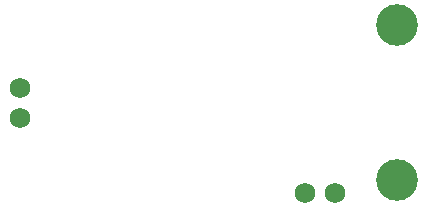
<source format=gbs>
G75*
G70*
%OFA0B0*%
%FSLAX24Y24*%
%IPPOS*%
%LPD*%
%AMOC8*
5,1,8,0,0,1.08239X$1,22.5*
%
%ADD10C,0.0680*%
%ADD11C,0.1390*%
D10*
X001180Y003769D03*
X001180Y004769D03*
X010680Y001269D03*
X011680Y001269D03*
D11*
X013749Y001684D03*
X013749Y006854D03*
M02*

</source>
